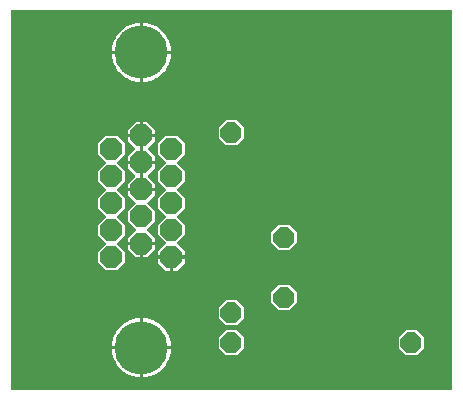
<source format=gbl>
G04 EAGLE Gerber X2 export*
%TF.Part,Single*%
%TF.FileFunction,Copper,L2,Bot,Mixed*%
%TF.FilePolarity,Positive*%
%TF.GenerationSoftware,Autodesk,EAGLE,9.0.0*%
%TF.CreationDate,2018-05-04T14:31:41Z*%
G75*
%MOIN*%
%FSLAX34Y34*%
%LPD*%
%AMOC8*
5,1,8,0,0,1.08239X$1,22.5*%
G01*
%ADD10P,0.075767X8X292.500000*%
%ADD11P,0.075767X8X22.500000*%
%ADD12P,0.076705X8X292.500000*%
%ADD13C,0.177165*%
%ADD14C,0.023780*%
%ADD15C,0.029685*%

G36*
X14813Y151D02*
X14813Y151D01*
X14814Y151D01*
X14818Y152D01*
X14822Y152D01*
X14822Y153D01*
X14824Y153D01*
X14827Y155D01*
X14830Y157D01*
X14831Y158D01*
X14832Y158D01*
X14834Y161D01*
X14837Y164D01*
X14837Y165D01*
X14838Y166D01*
X14839Y169D01*
X14840Y173D01*
X14841Y174D01*
X14841Y175D01*
X14841Y180D01*
X14841Y12815D01*
X14841Y12816D01*
X14841Y12817D01*
X14840Y12821D01*
X14840Y12825D01*
X14839Y12825D01*
X14839Y12826D01*
X14837Y12830D01*
X14835Y12833D01*
X14835Y12834D01*
X14834Y12835D01*
X14831Y12837D01*
X14828Y12839D01*
X14827Y12840D01*
X14826Y12841D01*
X14823Y12842D01*
X14820Y12843D01*
X14819Y12843D01*
X14818Y12844D01*
X14812Y12844D01*
X180Y12844D01*
X179Y12844D01*
X178Y12844D01*
X174Y12843D01*
X171Y12843D01*
X170Y12842D01*
X169Y12842D01*
X165Y12840D01*
X162Y12838D01*
X161Y12837D01*
X158Y12834D01*
X156Y12831D01*
X155Y12830D01*
X155Y12829D01*
X153Y12826D01*
X152Y12823D01*
X152Y12821D01*
X151Y12820D01*
X151Y12815D01*
X151Y180D01*
X151Y179D01*
X151Y178D01*
X152Y174D01*
X152Y171D01*
X153Y170D01*
X153Y169D01*
X155Y165D01*
X157Y162D01*
X158Y161D01*
X161Y158D01*
X164Y156D01*
X165Y155D01*
X166Y155D01*
X169Y153D01*
X173Y152D01*
X174Y152D01*
X175Y151D01*
X180Y151D01*
X14812Y151D01*
X14813Y151D01*
G37*
%LPC*%
G36*
X3320Y4163D02*
X3320Y4163D01*
X3065Y4418D01*
X3065Y4779D01*
X3315Y5029D01*
X3316Y5030D01*
X3318Y5033D01*
X3320Y5036D01*
X3321Y5037D01*
X3321Y5038D01*
X3322Y5042D01*
X3323Y5045D01*
X3323Y5047D01*
X3323Y5048D01*
X3323Y5051D01*
X3323Y5055D01*
X3322Y5056D01*
X3322Y5057D01*
X3321Y5060D01*
X3319Y5064D01*
X3319Y5065D01*
X3318Y5066D01*
X3315Y5070D01*
X3065Y5320D01*
X3065Y5680D01*
X3315Y5930D01*
X3315Y5931D01*
X3316Y5932D01*
X3318Y5935D01*
X3320Y5938D01*
X3321Y5939D01*
X3321Y5940D01*
X3322Y5943D01*
X3323Y5947D01*
X3323Y5948D01*
X3323Y5949D01*
X3323Y5953D01*
X3323Y5957D01*
X3322Y5958D01*
X3322Y5959D01*
X3321Y5962D01*
X3319Y5966D01*
X3318Y5967D01*
X3315Y5971D01*
X3065Y6221D01*
X3065Y6582D01*
X3315Y6832D01*
X3315Y6833D01*
X3316Y6833D01*
X3318Y6836D01*
X3320Y6839D01*
X3321Y6840D01*
X3321Y6841D01*
X3322Y6845D01*
X3323Y6849D01*
X3323Y6850D01*
X3323Y6851D01*
X3323Y6854D01*
X3323Y6858D01*
X3322Y6859D01*
X3322Y6860D01*
X3321Y6864D01*
X3319Y6867D01*
X3319Y6868D01*
X3318Y6869D01*
X3315Y6873D01*
X3065Y7123D01*
X3065Y7483D01*
X3315Y7733D01*
X3315Y7734D01*
X3316Y7735D01*
X3318Y7738D01*
X3320Y7741D01*
X3321Y7742D01*
X3321Y7743D01*
X3322Y7747D01*
X3323Y7750D01*
X3323Y7751D01*
X3323Y7752D01*
X3323Y7756D01*
X3323Y7760D01*
X3322Y7761D01*
X3322Y7762D01*
X3321Y7765D01*
X3319Y7769D01*
X3319Y7770D01*
X3318Y7770D01*
X3315Y7775D01*
X3065Y8025D01*
X3065Y8385D01*
X3320Y8640D01*
X3680Y8640D01*
X3935Y8385D01*
X3935Y8025D01*
X3685Y7775D01*
X3685Y7774D01*
X3684Y7773D01*
X3682Y7770D01*
X3680Y7767D01*
X3679Y7766D01*
X3679Y7765D01*
X3678Y7761D01*
X3677Y7758D01*
X3677Y7757D01*
X3677Y7756D01*
X3677Y7752D01*
X3677Y7748D01*
X3678Y7747D01*
X3678Y7746D01*
X3679Y7743D01*
X3681Y7739D01*
X3681Y7738D01*
X3682Y7737D01*
X3685Y7733D01*
X3935Y7483D01*
X3935Y7123D01*
X3685Y6873D01*
X3685Y6872D01*
X3684Y6872D01*
X3682Y6868D01*
X3680Y6865D01*
X3679Y6864D01*
X3679Y6863D01*
X3678Y6860D01*
X3677Y6856D01*
X3677Y6855D01*
X3677Y6854D01*
X3677Y6850D01*
X3677Y6847D01*
X3678Y6846D01*
X3678Y6845D01*
X3679Y6841D01*
X3681Y6838D01*
X3681Y6837D01*
X3682Y6836D01*
X3685Y6832D01*
X3935Y6582D01*
X3935Y6221D01*
X3685Y5971D01*
X3684Y5970D01*
X3682Y5967D01*
X3680Y5964D01*
X3679Y5963D01*
X3679Y5962D01*
X3678Y5958D01*
X3677Y5955D01*
X3677Y5953D01*
X3677Y5952D01*
X3677Y5949D01*
X3677Y5945D01*
X3678Y5944D01*
X3678Y5943D01*
X3679Y5940D01*
X3681Y5936D01*
X3681Y5935D01*
X3682Y5934D01*
X3685Y5930D01*
X3935Y5680D01*
X3935Y5320D01*
X3685Y5070D01*
X3685Y5069D01*
X3684Y5068D01*
X3682Y5065D01*
X3680Y5062D01*
X3679Y5061D01*
X3679Y5060D01*
X3678Y5057D01*
X3677Y5053D01*
X3677Y5052D01*
X3677Y5051D01*
X3677Y5047D01*
X3677Y5043D01*
X3678Y5042D01*
X3678Y5041D01*
X3679Y5038D01*
X3681Y5034D01*
X3682Y5033D01*
X3685Y5029D01*
X3935Y4779D01*
X3935Y4418D01*
X3680Y4163D01*
X3320Y4163D01*
G37*
%LPD*%
%LPC*%
G36*
X5499Y4598D02*
X5499Y4598D01*
X5499Y4628D01*
X5499Y4629D01*
X5499Y4631D01*
X5498Y4634D01*
X5498Y4638D01*
X5497Y4639D01*
X5497Y4640D01*
X5495Y4643D01*
X5493Y4646D01*
X5492Y4647D01*
X5492Y4648D01*
X5489Y4650D01*
X5486Y4653D01*
X5485Y4653D01*
X5484Y4654D01*
X5481Y4655D01*
X5477Y4657D01*
X5476Y4657D01*
X5475Y4657D01*
X5470Y4658D01*
X5045Y4658D01*
X5045Y4787D01*
X5301Y5043D01*
X5301Y5044D01*
X5302Y5044D01*
X5304Y5047D01*
X5306Y5050D01*
X5307Y5051D01*
X5307Y5052D01*
X5308Y5056D01*
X5309Y5060D01*
X5309Y5061D01*
X5309Y5062D01*
X5309Y5065D01*
X5309Y5069D01*
X5308Y5070D01*
X5308Y5071D01*
X5307Y5075D01*
X5305Y5078D01*
X5305Y5079D01*
X5304Y5080D01*
X5301Y5084D01*
X5065Y5320D01*
X5065Y5680D01*
X5315Y5930D01*
X5315Y5931D01*
X5316Y5932D01*
X5318Y5935D01*
X5320Y5938D01*
X5321Y5939D01*
X5321Y5940D01*
X5322Y5943D01*
X5323Y5947D01*
X5323Y5948D01*
X5323Y5949D01*
X5323Y5953D01*
X5323Y5957D01*
X5322Y5958D01*
X5322Y5959D01*
X5321Y5962D01*
X5319Y5966D01*
X5318Y5967D01*
X5315Y5971D01*
X5065Y6221D01*
X5065Y6582D01*
X5315Y6832D01*
X5315Y6833D01*
X5316Y6833D01*
X5318Y6836D01*
X5320Y6839D01*
X5321Y6840D01*
X5321Y6841D01*
X5322Y6845D01*
X5323Y6849D01*
X5323Y6850D01*
X5323Y6851D01*
X5323Y6854D01*
X5323Y6858D01*
X5322Y6859D01*
X5322Y6860D01*
X5321Y6864D01*
X5319Y6867D01*
X5319Y6868D01*
X5318Y6869D01*
X5315Y6873D01*
X5065Y7123D01*
X5065Y7483D01*
X5315Y7733D01*
X5315Y7734D01*
X5316Y7735D01*
X5318Y7738D01*
X5320Y7741D01*
X5321Y7742D01*
X5321Y7743D01*
X5322Y7747D01*
X5323Y7750D01*
X5323Y7751D01*
X5323Y7752D01*
X5323Y7756D01*
X5323Y7760D01*
X5322Y7761D01*
X5322Y7762D01*
X5321Y7765D01*
X5319Y7769D01*
X5319Y7770D01*
X5318Y7770D01*
X5315Y7775D01*
X5065Y8025D01*
X5065Y8385D01*
X5320Y8640D01*
X5680Y8640D01*
X5935Y8385D01*
X5935Y8025D01*
X5685Y7775D01*
X5685Y7774D01*
X5684Y7773D01*
X5682Y7770D01*
X5680Y7767D01*
X5679Y7766D01*
X5679Y7765D01*
X5678Y7761D01*
X5677Y7758D01*
X5677Y7757D01*
X5677Y7756D01*
X5677Y7752D01*
X5677Y7748D01*
X5678Y7747D01*
X5678Y7746D01*
X5679Y7743D01*
X5681Y7739D01*
X5681Y7738D01*
X5682Y7737D01*
X5685Y7733D01*
X5935Y7483D01*
X5935Y7123D01*
X5685Y6873D01*
X5685Y6872D01*
X5684Y6872D01*
X5682Y6868D01*
X5680Y6865D01*
X5679Y6864D01*
X5679Y6863D01*
X5678Y6860D01*
X5677Y6856D01*
X5677Y6855D01*
X5677Y6854D01*
X5677Y6850D01*
X5677Y6847D01*
X5678Y6846D01*
X5678Y6845D01*
X5679Y6841D01*
X5681Y6838D01*
X5681Y6837D01*
X5682Y6836D01*
X5685Y6832D01*
X5935Y6582D01*
X5935Y6221D01*
X5685Y5971D01*
X5684Y5970D01*
X5682Y5967D01*
X5680Y5964D01*
X5679Y5963D01*
X5679Y5962D01*
X5678Y5958D01*
X5677Y5955D01*
X5677Y5953D01*
X5677Y5952D01*
X5677Y5949D01*
X5677Y5945D01*
X5678Y5944D01*
X5678Y5943D01*
X5679Y5940D01*
X5681Y5936D01*
X5681Y5935D01*
X5682Y5934D01*
X5685Y5930D01*
X5935Y5680D01*
X5935Y5320D01*
X5699Y5084D01*
X5699Y5083D01*
X5698Y5083D01*
X5696Y5079D01*
X5694Y5076D01*
X5693Y5075D01*
X5693Y5074D01*
X5692Y5071D01*
X5691Y5067D01*
X5691Y5066D01*
X5691Y5065D01*
X5691Y5061D01*
X5691Y5058D01*
X5692Y5057D01*
X5692Y5055D01*
X5693Y5052D01*
X5695Y5049D01*
X5695Y5048D01*
X5696Y5047D01*
X5699Y5043D01*
X5955Y4787D01*
X5955Y4658D01*
X5530Y4658D01*
X5529Y4658D01*
X5528Y4658D01*
X5524Y4657D01*
X5521Y4656D01*
X5520Y4656D01*
X5519Y4655D01*
X5515Y4653D01*
X5512Y4652D01*
X5511Y4651D01*
X5511Y4650D01*
X5508Y4647D01*
X5506Y4645D01*
X5505Y4644D01*
X5505Y4643D01*
X5503Y4639D01*
X5502Y4636D01*
X5502Y4635D01*
X5501Y4634D01*
X5501Y4628D01*
X5501Y4598D01*
X5499Y4598D01*
G37*
%LPD*%
%LPC*%
G36*
X4499Y5048D02*
X4499Y5048D01*
X4499Y5079D01*
X4499Y5080D01*
X4499Y5081D01*
X4498Y5085D01*
X4498Y5089D01*
X4497Y5090D01*
X4497Y5091D01*
X4495Y5094D01*
X4493Y5097D01*
X4492Y5098D01*
X4492Y5099D01*
X4489Y5101D01*
X4486Y5104D01*
X4485Y5104D01*
X4484Y5105D01*
X4481Y5106D01*
X4477Y5108D01*
X4476Y5108D01*
X4475Y5108D01*
X4470Y5108D01*
X4045Y5108D01*
X4045Y5238D01*
X4301Y5493D01*
X4301Y5494D01*
X4302Y5495D01*
X4304Y5498D01*
X4306Y5501D01*
X4307Y5502D01*
X4307Y5503D01*
X4308Y5507D01*
X4309Y5510D01*
X4309Y5511D01*
X4309Y5512D01*
X4309Y5516D01*
X4309Y5520D01*
X4308Y5521D01*
X4308Y5522D01*
X4307Y5525D01*
X4305Y5529D01*
X4305Y5530D01*
X4304Y5531D01*
X4301Y5535D01*
X4065Y5771D01*
X4065Y6131D01*
X4301Y6367D01*
X4301Y6368D01*
X4302Y6368D01*
X4304Y6371D01*
X4306Y6375D01*
X4307Y6376D01*
X4308Y6380D01*
X4309Y6384D01*
X4309Y6385D01*
X4309Y6386D01*
X4309Y6389D01*
X4309Y6393D01*
X4308Y6394D01*
X4308Y6395D01*
X4307Y6399D01*
X4305Y6402D01*
X4305Y6403D01*
X4304Y6404D01*
X4301Y6408D01*
X4045Y6664D01*
X4045Y6793D01*
X4470Y6793D01*
X4471Y6793D01*
X4472Y6793D01*
X4476Y6794D01*
X4479Y6795D01*
X4480Y6795D01*
X4481Y6795D01*
X4485Y6797D01*
X4488Y6799D01*
X4489Y6800D01*
X4489Y6801D01*
X4492Y6803D01*
X4494Y6806D01*
X4495Y6807D01*
X4495Y6808D01*
X4497Y6812D01*
X4498Y6815D01*
X4498Y6816D01*
X4499Y6817D01*
X4499Y6822D01*
X4499Y6853D01*
X4501Y6853D01*
X4501Y6822D01*
X4501Y6821D01*
X4501Y6820D01*
X4502Y6817D01*
X4502Y6813D01*
X4503Y6812D01*
X4503Y6811D01*
X4505Y6808D01*
X4507Y6804D01*
X4508Y6804D01*
X4508Y6803D01*
X4511Y6801D01*
X4514Y6798D01*
X4515Y6798D01*
X4516Y6797D01*
X4519Y6796D01*
X4523Y6794D01*
X4524Y6794D01*
X4525Y6794D01*
X4530Y6793D01*
X4955Y6793D01*
X4955Y6664D01*
X4699Y6408D01*
X4699Y6407D01*
X4698Y6407D01*
X4696Y6403D01*
X4694Y6400D01*
X4693Y6399D01*
X4693Y6398D01*
X4692Y6395D01*
X4691Y6391D01*
X4691Y6390D01*
X4691Y6389D01*
X4691Y6385D01*
X4691Y6382D01*
X4692Y6381D01*
X4692Y6380D01*
X4693Y6376D01*
X4695Y6373D01*
X4695Y6372D01*
X4696Y6371D01*
X4699Y6367D01*
X4935Y6131D01*
X4935Y5771D01*
X4699Y5535D01*
X4699Y5534D01*
X4698Y5533D01*
X4696Y5530D01*
X4694Y5527D01*
X4693Y5526D01*
X4693Y5525D01*
X4692Y5521D01*
X4691Y5518D01*
X4691Y5517D01*
X4691Y5516D01*
X4691Y5512D01*
X4691Y5508D01*
X4692Y5507D01*
X4692Y5506D01*
X4693Y5503D01*
X4695Y5499D01*
X4696Y5498D01*
X4699Y5493D01*
X4955Y5238D01*
X4955Y5108D01*
X4530Y5108D01*
X4529Y5108D01*
X4528Y5108D01*
X4524Y5108D01*
X4521Y5107D01*
X4520Y5106D01*
X4519Y5106D01*
X4515Y5104D01*
X4512Y5102D01*
X4511Y5102D01*
X4511Y5101D01*
X4508Y5098D01*
X4506Y5095D01*
X4505Y5094D01*
X4503Y5090D01*
X4502Y5087D01*
X4502Y5086D01*
X4501Y5085D01*
X4501Y5079D01*
X4501Y5048D01*
X4499Y5048D01*
G37*
%LPD*%
%LPC*%
G36*
X4559Y11481D02*
X4559Y11481D01*
X4559Y12407D01*
X4666Y12395D01*
X4774Y12371D01*
X4878Y12334D01*
X4978Y12286D01*
X5072Y12227D01*
X5158Y12158D01*
X5237Y12080D01*
X5306Y11993D01*
X5365Y11899D01*
X5413Y11799D01*
X5450Y11695D01*
X5474Y11587D01*
X5486Y11481D01*
X4559Y11481D01*
G37*
%LPD*%
%LPC*%
G36*
X4334Y605D02*
X4334Y605D01*
X4226Y629D01*
X4122Y666D01*
X4022Y714D01*
X3928Y773D01*
X3842Y842D01*
X3763Y920D01*
X3694Y1007D01*
X3635Y1101D01*
X3587Y1201D01*
X3550Y1305D01*
X3526Y1413D01*
X3514Y1519D01*
X4441Y1519D01*
X4441Y593D01*
X4334Y605D01*
G37*
%LPD*%
%LPC*%
G36*
X4559Y1519D02*
X4559Y1519D01*
X5486Y1519D01*
X5474Y1413D01*
X5450Y1305D01*
X5413Y1201D01*
X5365Y1101D01*
X5306Y1007D01*
X5237Y920D01*
X5158Y842D01*
X5072Y773D01*
X4978Y714D01*
X4878Y666D01*
X4774Y629D01*
X4666Y605D01*
X4559Y593D01*
X4559Y1519D01*
G37*
%LPD*%
%LPC*%
G36*
X3514Y1638D02*
X3514Y1638D01*
X3526Y1744D01*
X3550Y1852D01*
X3587Y1957D01*
X3635Y2057D01*
X3694Y2151D01*
X3763Y2237D01*
X3842Y2316D01*
X3928Y2385D01*
X4022Y2444D01*
X4122Y2492D01*
X4226Y2528D01*
X4334Y2553D01*
X4441Y2565D01*
X4441Y1638D01*
X3514Y1638D01*
G37*
%LPD*%
%LPC*%
G36*
X4559Y1638D02*
X4559Y1638D01*
X4559Y2565D01*
X4666Y2553D01*
X4774Y2528D01*
X4878Y2492D01*
X4978Y2444D01*
X5072Y2385D01*
X5158Y2316D01*
X5237Y2237D01*
X5306Y2151D01*
X5365Y2057D01*
X5413Y1957D01*
X5450Y1852D01*
X5474Y1744D01*
X5486Y1638D01*
X4559Y1638D01*
G37*
%LPD*%
%LPC*%
G36*
X3514Y11481D02*
X3514Y11481D01*
X3526Y11587D01*
X3550Y11695D01*
X3587Y11799D01*
X3635Y11899D01*
X3694Y11993D01*
X3763Y12080D01*
X3842Y12158D01*
X3928Y12227D01*
X4022Y12286D01*
X4122Y12334D01*
X4226Y12371D01*
X4334Y12395D01*
X4441Y12407D01*
X4441Y11481D01*
X3514Y11481D01*
G37*
%LPD*%
%LPC*%
G36*
X4559Y11362D02*
X4559Y11362D01*
X5486Y11362D01*
X5474Y11256D01*
X5450Y11148D01*
X5413Y11043D01*
X5365Y10943D01*
X5306Y10849D01*
X5237Y10763D01*
X5158Y10684D01*
X5072Y10615D01*
X4978Y10556D01*
X4878Y10508D01*
X4774Y10472D01*
X4666Y10447D01*
X4559Y10435D01*
X4559Y11362D01*
G37*
%LPD*%
%LPC*%
G36*
X4334Y10447D02*
X4334Y10447D01*
X4226Y10472D01*
X4122Y10508D01*
X4022Y10556D01*
X3928Y10615D01*
X3842Y10684D01*
X3763Y10763D01*
X3694Y10849D01*
X3635Y10943D01*
X3587Y11043D01*
X3550Y11148D01*
X3526Y11256D01*
X3514Y11362D01*
X4441Y11362D01*
X4441Y10435D01*
X4334Y10447D01*
G37*
%LPD*%
%LPC*%
G36*
X7322Y1319D02*
X7322Y1319D01*
X7069Y1572D01*
X7069Y1928D01*
X7322Y2181D01*
X7678Y2181D01*
X7931Y1928D01*
X7931Y1572D01*
X7678Y1319D01*
X7322Y1319D01*
G37*
%LPD*%
%LPC*%
G36*
X7322Y8319D02*
X7322Y8319D01*
X7069Y8572D01*
X7069Y8928D01*
X7322Y9181D01*
X7678Y9181D01*
X7931Y8928D01*
X7931Y8572D01*
X7678Y8319D01*
X7322Y8319D01*
G37*
%LPD*%
%LPC*%
G36*
X9072Y4819D02*
X9072Y4819D01*
X8819Y5072D01*
X8819Y5428D01*
X9072Y5681D01*
X9428Y5681D01*
X9681Y5428D01*
X9681Y5072D01*
X9428Y4819D01*
X9072Y4819D01*
G37*
%LPD*%
%LPC*%
G36*
X13322Y1319D02*
X13322Y1319D01*
X13069Y1572D01*
X13069Y1928D01*
X13322Y2181D01*
X13678Y2181D01*
X13931Y1928D01*
X13931Y1572D01*
X13678Y1319D01*
X13322Y1319D01*
G37*
%LPD*%
%LPC*%
G36*
X7322Y2319D02*
X7322Y2319D01*
X7069Y2572D01*
X7069Y2928D01*
X7322Y3181D01*
X7678Y3181D01*
X7931Y2928D01*
X7931Y2572D01*
X7678Y2319D01*
X7322Y2319D01*
G37*
%LPD*%
%LPC*%
G36*
X9072Y2819D02*
X9072Y2819D01*
X8819Y3072D01*
X8819Y3428D01*
X9072Y3681D01*
X9428Y3681D01*
X9681Y3428D01*
X9681Y3072D01*
X9428Y2819D01*
X9072Y2819D01*
G37*
%LPD*%
%LPC*%
G36*
X4559Y7813D02*
X4559Y7813D01*
X4559Y8596D01*
X4955Y8596D01*
X4955Y8467D01*
X4713Y8225D01*
X4712Y8224D01*
X4710Y8221D01*
X4708Y8218D01*
X4708Y8217D01*
X4707Y8216D01*
X4706Y8212D01*
X4705Y8208D01*
X4705Y8207D01*
X4705Y8206D01*
X4705Y8203D01*
X4705Y8199D01*
X4706Y8198D01*
X4706Y8197D01*
X4708Y8193D01*
X4709Y8190D01*
X4710Y8189D01*
X4710Y8188D01*
X4713Y8184D01*
X4955Y7942D01*
X4955Y7813D01*
X4559Y7813D01*
G37*
%LPD*%
%LPC*%
G36*
X4559Y6912D02*
X4559Y6912D01*
X4559Y7695D01*
X4955Y7695D01*
X4955Y7565D01*
X4713Y7324D01*
X4713Y7323D01*
X4712Y7322D01*
X4710Y7319D01*
X4708Y7316D01*
X4708Y7315D01*
X4707Y7314D01*
X4706Y7310D01*
X4705Y7307D01*
X4705Y7306D01*
X4705Y7305D01*
X4705Y7301D01*
X4705Y7297D01*
X4706Y7296D01*
X4706Y7295D01*
X4708Y7292D01*
X4709Y7288D01*
X4710Y7288D01*
X4710Y7287D01*
X4713Y7282D01*
X4955Y7041D01*
X4955Y6912D01*
X4559Y6912D01*
G37*
%LPD*%
%LPC*%
G36*
X4045Y7813D02*
X4045Y7813D01*
X4045Y7942D01*
X4287Y8184D01*
X4287Y8185D01*
X4288Y8186D01*
X4290Y8189D01*
X4292Y8192D01*
X4292Y8193D01*
X4293Y8194D01*
X4294Y8197D01*
X4295Y8201D01*
X4295Y8202D01*
X4295Y8203D01*
X4295Y8207D01*
X4295Y8211D01*
X4294Y8212D01*
X4294Y8213D01*
X4292Y8216D01*
X4291Y8219D01*
X4290Y8220D01*
X4290Y8221D01*
X4287Y8225D01*
X4045Y8467D01*
X4045Y8596D01*
X4441Y8596D01*
X4441Y7813D01*
X4045Y7813D01*
G37*
%LPD*%
%LPC*%
G36*
X4045Y6912D02*
X4045Y6912D01*
X4045Y7041D01*
X4287Y7282D01*
X4287Y7283D01*
X4288Y7284D01*
X4290Y7287D01*
X4292Y7290D01*
X4292Y7291D01*
X4293Y7292D01*
X4294Y7296D01*
X4295Y7299D01*
X4295Y7300D01*
X4295Y7301D01*
X4295Y7305D01*
X4295Y7309D01*
X4294Y7310D01*
X4294Y7311D01*
X4292Y7314D01*
X4291Y7318D01*
X4290Y7319D01*
X4290Y7320D01*
X4287Y7324D01*
X4045Y7565D01*
X4045Y7695D01*
X4441Y7695D01*
X4441Y6912D01*
X4045Y6912D01*
G37*
%LPD*%
%LPC*%
G36*
X4559Y8715D02*
X4559Y8715D01*
X4559Y9111D01*
X4688Y9111D01*
X4955Y8844D01*
X4955Y8715D01*
X4559Y8715D01*
G37*
%LPD*%
%LPC*%
G36*
X4045Y8715D02*
X4045Y8715D01*
X4045Y8844D01*
X4311Y9111D01*
X4441Y9111D01*
X4441Y8715D01*
X4045Y8715D01*
G37*
%LPD*%
%LPC*%
G36*
X5559Y4143D02*
X5559Y4143D01*
X5559Y4539D01*
X5955Y4539D01*
X5955Y4410D01*
X5689Y4143D01*
X5559Y4143D01*
G37*
%LPD*%
%LPC*%
G36*
X4559Y4594D02*
X4559Y4594D01*
X4559Y4990D01*
X4955Y4990D01*
X4955Y4861D01*
X4689Y4594D01*
X4559Y4594D01*
G37*
%LPD*%
%LPC*%
G36*
X5311Y4143D02*
X5311Y4143D01*
X5045Y4410D01*
X5045Y4539D01*
X5441Y4539D01*
X5441Y4143D01*
X5311Y4143D01*
G37*
%LPD*%
%LPC*%
G36*
X4311Y4594D02*
X4311Y4594D01*
X4045Y4861D01*
X4045Y4990D01*
X4441Y4990D01*
X4441Y4594D01*
X4311Y4594D01*
G37*
%LPD*%
%LPC*%
G36*
X4499Y7753D02*
X4499Y7753D01*
X4499Y7755D01*
X4501Y7755D01*
X4501Y7753D01*
X4499Y7753D01*
G37*
%LPD*%
%LPC*%
G36*
X4499Y1578D02*
X4499Y1578D01*
X4499Y1579D01*
X4501Y1579D01*
X4501Y1578D01*
X4499Y1578D01*
G37*
%LPD*%
%LPC*%
G36*
X4499Y11421D02*
X4499Y11421D01*
X4499Y11422D01*
X4501Y11422D01*
X4501Y11421D01*
X4499Y11421D01*
G37*
%LPD*%
%LPC*%
G36*
X4499Y8655D02*
X4499Y8655D01*
X4499Y8656D01*
X4501Y8656D01*
X4501Y8655D01*
X4499Y8655D01*
G37*
%LPD*%
D10*
X7500Y8750D03*
X7500Y2750D03*
X9250Y5250D03*
X9250Y3250D03*
D11*
X7500Y1750D03*
X13500Y1750D03*
D12*
X5500Y8205D03*
X5500Y7303D03*
X5500Y6402D03*
X5500Y5500D03*
X5500Y4598D03*
X3500Y8205D03*
X3500Y7303D03*
X3500Y6402D03*
X3500Y5500D03*
X3500Y4598D03*
X4500Y8656D03*
X4500Y7754D03*
X4500Y6852D03*
X4500Y5951D03*
X4500Y5049D03*
D13*
X4500Y11421D03*
X4500Y1579D03*
D14*
X14500Y7125D03*
X13750Y7125D03*
X13000Y7125D03*
X13750Y5875D03*
X14500Y5875D03*
X13000Y5875D03*
X13000Y9000D03*
X13750Y9000D03*
X14500Y9000D03*
X13000Y4000D03*
X13750Y4000D03*
X14500Y4000D03*
D15*
X500Y500D03*
X2000Y500D03*
X3500Y500D03*
X5000Y500D03*
X6500Y500D03*
X8000Y500D03*
X9500Y500D03*
X11000Y500D03*
X12500Y500D03*
X14000Y500D03*
X500Y2000D03*
X500Y3500D03*
X500Y5000D03*
X500Y6500D03*
X500Y8000D03*
X500Y9500D03*
X500Y11000D03*
X500Y12500D03*
X2000Y12500D03*
X3500Y12500D03*
X5000Y12500D03*
X6500Y12500D03*
X8000Y12500D03*
X9500Y12500D03*
X11000Y12500D03*
X12500Y12500D03*
X14000Y12500D03*
X14500Y11250D03*
X14500Y10000D03*
X14500Y1000D03*
X14500Y2250D03*
M02*

</source>
